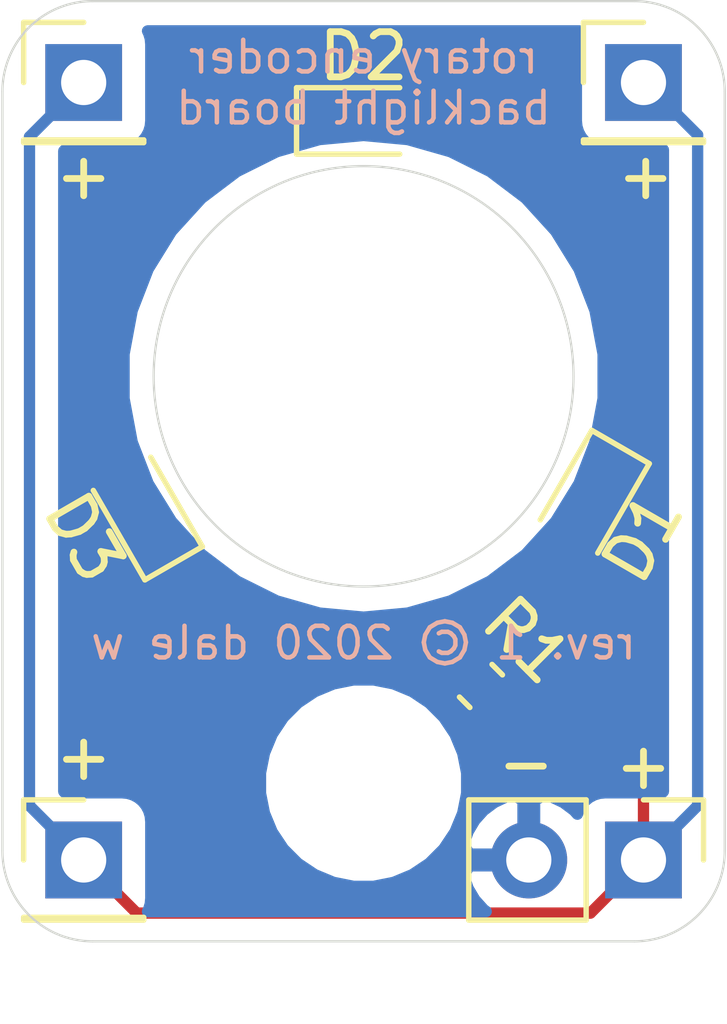
<source format=kicad_pcb>
(kicad_pcb (version 20171130) (host pcbnew "(5.1.6)-1")

  (general
    (thickness 1.6)
    (drawings 20)
    (tracks 68)
    (zones 0)
    (modules 9)
    (nets 6)
  )

  (page A4)
  (title_block
    (title "Rotary Encoder Backlight Board")
    (date 2020-08-08)
    (rev 1)
  )

  (layers
    (0 F.Cu signal)
    (31 B.Cu signal hide)
    (32 B.Adhes user hide)
    (33 F.Adhes user hide)
    (34 B.Paste user hide)
    (35 F.Paste user)
    (36 B.SilkS user hide)
    (37 F.SilkS user)
    (38 B.Mask user hide)
    (39 F.Mask user)
    (40 Dwgs.User user hide)
    (41 Cmts.User user hide)
    (42 Eco1.User user hide)
    (43 Eco2.User user hide)
    (44 Edge.Cuts user)
    (45 Margin user hide)
    (46 B.CrtYd user hide)
    (47 F.CrtYd user)
    (48 B.Fab user hide)
    (49 F.Fab user)
  )

  (setup
    (last_trace_width 0.25)
    (trace_clearance 0.2)
    (zone_clearance 0.508)
    (zone_45_only no)
    (trace_min 0.2)
    (via_size 0.8)
    (via_drill 0.4)
    (via_min_size 0.4)
    (via_min_drill 0.3)
    (uvia_size 0.3)
    (uvia_drill 0.1)
    (uvias_allowed no)
    (uvia_min_size 0.2)
    (uvia_min_drill 0.1)
    (edge_width 0.05)
    (segment_width 0.2)
    (pcb_text_width 0.3)
    (pcb_text_size 1.5 1.5)
    (mod_edge_width 0.12)
    (mod_text_size 1 1)
    (mod_text_width 0.15)
    (pad_size 1.524 1.524)
    (pad_drill 0.762)
    (pad_to_mask_clearance 0.05)
    (aux_axis_origin 0 0)
    (visible_elements 7FFFFFFF)
    (pcbplotparams
      (layerselection 0x010fc_ffffffff)
      (usegerberextensions false)
      (usegerberattributes true)
      (usegerberadvancedattributes true)
      (creategerberjobfile true)
      (excludeedgelayer true)
      (linewidth 0.100000)
      (plotframeref false)
      (viasonmask false)
      (mode 1)
      (useauxorigin false)
      (hpglpennumber 1)
      (hpglpenspeed 20)
      (hpglpendiameter 15.000000)
      (psnegative false)
      (psa4output false)
      (plotreference true)
      (plotvalue true)
      (plotinvisibletext false)
      (padsonsilk false)
      (subtractmaskfromsilk false)
      (outputformat 1)
      (mirror false)
      (drillshape 0)
      (scaleselection 1)
      (outputdirectory "gerbers/"))
  )

  (net 0 "")
  (net 1 +5V)
  (net 2 "Net-(D1-Pad1)")
  (net 3 "Net-(D2-Pad1)")
  (net 4 GND)
  (net 5 "Net-(D3-Pad1)")

  (net_class Default "This is the default net class."
    (clearance 0.2)
    (trace_width 0.25)
    (via_dia 0.8)
    (via_drill 0.4)
    (uvia_dia 0.3)
    (uvia_drill 0.1)
    (add_net +5V)
    (add_net GND)
    (add_net "Net-(D1-Pad1)")
    (add_net "Net-(D2-Pad1)")
    (add_net "Net-(D3-Pad1)")
  )

  (module Resistor_SMD:R_0603_1608Metric (layer F.Cu) (tedit 5B301BBD) (tstamp 5F1FDFDB)
    (at 30.6 35.15 315)
    (descr "Resistor SMD 0603 (1608 Metric), square (rectangular) end terminal, IPC_7351 nominal, (Body size source: http://www.tortai-tech.com/upload/download/2011102023233369053.pdf), generated with kicad-footprint-generator")
    (tags resistor)
    (path /5F22E55B)
    (attr smd)
    (fp_text reference R1 (at 0 -1.43 135) (layer F.SilkS)
      (effects (font (size 1 1) (thickness 0.15)))
    )
    (fp_text value R (at 0 1.43 135) (layer F.Fab) hide
      (effects (font (size 1 1) (thickness 0.15)))
    )
    (fp_line (start 1.48 0.73) (end -1.48 0.73) (layer F.CrtYd) (width 0.05))
    (fp_line (start 1.48 -0.73) (end 1.48 0.73) (layer F.CrtYd) (width 0.05))
    (fp_line (start -1.48 -0.73) (end 1.48 -0.73) (layer F.CrtYd) (width 0.05))
    (fp_line (start -1.48 0.73) (end -1.48 -0.73) (layer F.CrtYd) (width 0.05))
    (fp_line (start -0.162779 0.51) (end 0.162779 0.51) (layer F.SilkS) (width 0.12))
    (fp_line (start -0.162779 -0.51) (end 0.162779 -0.51) (layer F.SilkS) (width 0.12))
    (fp_line (start 0.8 0.4) (end -0.8 0.4) (layer F.Fab) (width 0.1))
    (fp_line (start 0.8 -0.4) (end 0.8 0.4) (layer F.Fab) (width 0.1))
    (fp_line (start -0.8 -0.4) (end 0.8 -0.4) (layer F.Fab) (width 0.1))
    (fp_line (start -0.8 0.4) (end -0.8 -0.4) (layer F.Fab) (width 0.1))
    (fp_text user %R (at 0 0 135) (layer F.Fab)
      (effects (font (size 0.4 0.4) (thickness 0.06)))
    )
    (pad 2 smd roundrect (at 0.7875 0 315) (size 0.875 0.95) (layers F.Cu F.Paste F.Mask) (roundrect_rratio 0.25)
      (net 4 GND))
    (pad 1 smd roundrect (at -0.7875 0 315) (size 0.875 0.95) (layers F.Cu F.Paste F.Mask) (roundrect_rratio 0.25)
      (net 5 "Net-(D3-Pad1)"))
    (model ${KISYS3DMOD}/Resistor_SMD.3dshapes/R_0603_1608Metric.wrl
      (at (xyz 0 0 0))
      (scale (xyz 1 1 1))
      (rotate (xyz 0 0 0))
    )
  )

  (module Connector_PinHeader_2.54mm:PinHeader_1x01_P2.54mm_Vertical (layer F.Cu) (tedit 59FED5CC) (tstamp 5F1FDA7B)
    (at 21.8 39)
    (descr "Through hole straight pin header, 1x01, 2.54mm pitch, single row")
    (tags "Through hole pin header THT 1x01 2.54mm single row")
    (path /5F21AD5A)
    (fp_text reference J2 (at 0 -2.33) (layer F.SilkS) hide
      (effects (font (size 1 1) (thickness 0.15)))
    )
    (fp_text value Conn_01x01_Female (at 0 2.33) (layer F.Fab) hide
      (effects (font (size 1 1) (thickness 0.15)))
    )
    (fp_line (start -0.635 -1.27) (end 1.27 -1.27) (layer F.Fab) (width 0.1))
    (fp_line (start 1.27 -1.27) (end 1.27 1.27) (layer F.Fab) (width 0.1))
    (fp_line (start 1.27 1.27) (end -1.27 1.27) (layer F.Fab) (width 0.1))
    (fp_line (start -1.27 1.27) (end -1.27 -0.635) (layer F.Fab) (width 0.1))
    (fp_line (start -1.27 -0.635) (end -0.635 -1.27) (layer F.Fab) (width 0.1))
    (fp_line (start -1.33 1.33) (end 1.33 1.33) (layer F.SilkS) (width 0.12))
    (fp_line (start -1.33 1.27) (end -1.33 1.33) (layer F.SilkS) (width 0.12))
    (fp_line (start 1.33 1.27) (end 1.33 1.33) (layer F.SilkS) (width 0.12))
    (fp_line (start -1.33 1.27) (end 1.33 1.27) (layer F.SilkS) (width 0.12))
    (fp_line (start -1.33 0) (end -1.33 -1.33) (layer F.SilkS) (width 0.12))
    (fp_line (start -1.33 -1.33) (end 0 -1.33) (layer F.SilkS) (width 0.12))
    (fp_line (start -1.8 -1.8) (end -1.8 1.8) (layer F.CrtYd) (width 0.05))
    (fp_line (start -1.8 1.8) (end 1.8 1.8) (layer F.CrtYd) (width 0.05))
    (fp_line (start 1.8 1.8) (end 1.8 -1.8) (layer F.CrtYd) (width 0.05))
    (fp_line (start 1.8 -1.8) (end -1.8 -1.8) (layer F.CrtYd) (width 0.05))
    (fp_text user %R (at 0 0 90) (layer F.Fab)
      (effects (font (size 1 1) (thickness 0.15)))
    )
    (pad 1 thru_hole rect (at 0 0) (size 1.7 1.7) (drill 1) (layers *.Cu *.Mask)
      (net 1 +5V))
    (model ${KISYS3DMOD}/Connector_PinHeader_2.54mm.3dshapes/PinHeader_1x01_P2.54mm_Vertical.wrl
      (at (xyz 0 0 0))
      (scale (xyz 1 1 1))
      (rotate (xyz 0 0 0))
    )
  )

  (module Connector_PinHeader_2.54mm:PinHeader_1x02_P2.54mm_Vertical (layer F.Cu) (tedit 59FED5CC) (tstamp 5F1FDA66)
    (at 34.2 39 270)
    (descr "Through hole straight pin header, 1x02, 2.54mm pitch, single row")
    (tags "Through hole pin header THT 1x02 2.54mm single row")
    (path /5F1EF1A5)
    (fp_text reference J1 (at 0 -2.33 90) (layer F.SilkS) hide
      (effects (font (size 1 1) (thickness 0.15)))
    )
    (fp_text value Conn_01x02_Female (at 0 4.87 90) (layer F.Fab) hide
      (effects (font (size 1 1) (thickness 0.15)))
    )
    (fp_line (start -0.635 -1.27) (end 1.27 -1.27) (layer F.Fab) (width 0.1))
    (fp_line (start 1.27 -1.27) (end 1.27 3.81) (layer F.Fab) (width 0.1))
    (fp_line (start 1.27 3.81) (end -1.27 3.81) (layer F.Fab) (width 0.1))
    (fp_line (start -1.27 3.81) (end -1.27 -0.635) (layer F.Fab) (width 0.1))
    (fp_line (start -1.27 -0.635) (end -0.635 -1.27) (layer F.Fab) (width 0.1))
    (fp_line (start -1.33 3.87) (end 1.33 3.87) (layer F.SilkS) (width 0.12))
    (fp_line (start -1.33 1.27) (end -1.33 3.87) (layer F.SilkS) (width 0.12))
    (fp_line (start 1.33 1.27) (end 1.33 3.87) (layer F.SilkS) (width 0.12))
    (fp_line (start -1.33 1.27) (end 1.33 1.27) (layer F.SilkS) (width 0.12))
    (fp_line (start -1.33 0) (end -1.33 -1.33) (layer F.SilkS) (width 0.12))
    (fp_line (start -1.33 -1.33) (end 0 -1.33) (layer F.SilkS) (width 0.12))
    (fp_line (start -1.8 -1.8) (end -1.8 4.35) (layer F.CrtYd) (width 0.05))
    (fp_line (start -1.8 4.35) (end 1.8 4.35) (layer F.CrtYd) (width 0.05))
    (fp_line (start 1.8 4.35) (end 1.8 -1.8) (layer F.CrtYd) (width 0.05))
    (fp_line (start 1.8 -1.8) (end -1.8 -1.8) (layer F.CrtYd) (width 0.05))
    (fp_text user %R (at 0 1.27) (layer F.Fab)
      (effects (font (size 1 1) (thickness 0.15)))
    )
    (pad 2 thru_hole oval (at 0 2.54 270) (size 1.7 1.7) (drill 1) (layers *.Cu *.Mask)
      (net 4 GND))
    (pad 1 thru_hole rect (at 0 0 270) (size 1.7 1.7) (drill 1) (layers *.Cu *.Mask)
      (net 1 +5V))
    (model ${KISYS3DMOD}/Connector_PinHeader_2.54mm.3dshapes/PinHeader_1x02_P2.54mm_Vertical.wrl
      (at (xyz 0 0 0))
      (scale (xyz 1 1 1))
      (rotate (xyz 0 0 0))
    )
  )

  (module Connector_PinHeader_2.54mm:PinHeader_1x01_P2.54mm_Vertical (layer F.Cu) (tedit 59FED5CC) (tstamp 5F1FD867)
    (at 34.2 21.8)
    (descr "Through hole straight pin header, 1x01, 2.54mm pitch, single row")
    (tags "Through hole pin header THT 1x01 2.54mm single row")
    (path /5F21C375)
    (fp_text reference J3 (at 0 -2.33) (layer F.SilkS) hide
      (effects (font (size 1 1) (thickness 0.15)))
    )
    (fp_text value Conn_01x01_Female (at 0 2.33) (layer F.Fab) hide
      (effects (font (size 1 1) (thickness 0.15)))
    )
    (fp_line (start -0.635 -1.27) (end 1.27 -1.27) (layer F.Fab) (width 0.1))
    (fp_line (start 1.27 -1.27) (end 1.27 1.27) (layer F.Fab) (width 0.1))
    (fp_line (start 1.27 1.27) (end -1.27 1.27) (layer F.Fab) (width 0.1))
    (fp_line (start -1.27 1.27) (end -1.27 -0.635) (layer F.Fab) (width 0.1))
    (fp_line (start -1.27 -0.635) (end -0.635 -1.27) (layer F.Fab) (width 0.1))
    (fp_line (start -1.33 1.33) (end 1.33 1.33) (layer F.SilkS) (width 0.12))
    (fp_line (start -1.33 1.27) (end -1.33 1.33) (layer F.SilkS) (width 0.12))
    (fp_line (start 1.33 1.27) (end 1.33 1.33) (layer F.SilkS) (width 0.12))
    (fp_line (start -1.33 1.27) (end 1.33 1.27) (layer F.SilkS) (width 0.12))
    (fp_line (start -1.33 0) (end -1.33 -1.33) (layer F.SilkS) (width 0.12))
    (fp_line (start -1.33 -1.33) (end 0 -1.33) (layer F.SilkS) (width 0.12))
    (fp_line (start -1.8 -1.8) (end -1.8 1.8) (layer F.CrtYd) (width 0.05))
    (fp_line (start -1.8 1.8) (end 1.8 1.8) (layer F.CrtYd) (width 0.05))
    (fp_line (start 1.8 1.8) (end 1.8 -1.8) (layer F.CrtYd) (width 0.05))
    (fp_line (start 1.8 -1.8) (end -1.8 -1.8) (layer F.CrtYd) (width 0.05))
    (fp_text user %R (at 0 0 90) (layer F.Fab)
      (effects (font (size 1 1) (thickness 0.15)))
    )
    (pad 1 thru_hole rect (at 0 0) (size 1.7 1.7) (drill 1) (layers *.Cu *.Mask)
      (net 1 +5V))
    (model ${KISYS3DMOD}/Connector_PinHeader_2.54mm.3dshapes/PinHeader_1x01_P2.54mm_Vertical.wrl
      (at (xyz 0 0 0))
      (scale (xyz 1 1 1))
      (rotate (xyz 0 0 0))
    )
  )

  (module Connector_PinHeader_2.54mm:PinHeader_1x01_P2.54mm_Vertical (layer F.Cu) (tedit 59FED5CC) (tstamp 5F1FBAE1)
    (at 21.8 21.8)
    (descr "Through hole straight pin header, 1x01, 2.54mm pitch, single row")
    (tags "Through hole pin header THT 1x01 2.54mm single row")
    (path /5F228DFC)
    (fp_text reference J4 (at 0 -2.33) (layer F.SilkS) hide
      (effects (font (size 1 1) (thickness 0.15)))
    )
    (fp_text value Conn_01x01_Female (at 0 2.33) (layer F.Fab) hide
      (effects (font (size 1 1) (thickness 0.15)))
    )
    (fp_line (start -0.635 -1.27) (end 1.27 -1.27) (layer F.Fab) (width 0.1))
    (fp_line (start 1.27 -1.27) (end 1.27 1.27) (layer F.Fab) (width 0.1))
    (fp_line (start 1.27 1.27) (end -1.27 1.27) (layer F.Fab) (width 0.1))
    (fp_line (start -1.27 1.27) (end -1.27 -0.635) (layer F.Fab) (width 0.1))
    (fp_line (start -1.27 -0.635) (end -0.635 -1.27) (layer F.Fab) (width 0.1))
    (fp_line (start -1.33 1.33) (end 1.33 1.33) (layer F.SilkS) (width 0.12))
    (fp_line (start -1.33 1.27) (end -1.33 1.33) (layer F.SilkS) (width 0.12))
    (fp_line (start 1.33 1.27) (end 1.33 1.33) (layer F.SilkS) (width 0.12))
    (fp_line (start -1.33 1.27) (end 1.33 1.27) (layer F.SilkS) (width 0.12))
    (fp_line (start -1.33 0) (end -1.33 -1.33) (layer F.SilkS) (width 0.12))
    (fp_line (start -1.33 -1.33) (end 0 -1.33) (layer F.SilkS) (width 0.12))
    (fp_line (start -1.8 -1.8) (end -1.8 1.8) (layer F.CrtYd) (width 0.05))
    (fp_line (start -1.8 1.8) (end 1.8 1.8) (layer F.CrtYd) (width 0.05))
    (fp_line (start 1.8 1.8) (end 1.8 -1.8) (layer F.CrtYd) (width 0.05))
    (fp_line (start 1.8 -1.8) (end -1.8 -1.8) (layer F.CrtYd) (width 0.05))
    (fp_text user %R (at 0 0 90) (layer F.Fab)
      (effects (font (size 1 1) (thickness 0.15)))
    )
    (pad 1 thru_hole rect (at 0 0) (size 1.7 1.7) (drill 1) (layers *.Cu *.Mask)
      (net 1 +5V))
    (model ${KISYS3DMOD}/Connector_PinHeader_2.54mm.3dshapes/PinHeader_1x01_P2.54mm_Vertical.wrl
      (at (xyz 0 0 0))
      (scale (xyz 1 1 1))
      (rotate (xyz 0 0 0))
    )
  )

  (module enc-led:MountingHole_3.3mm (layer F.Cu) (tedit 5F1F0138) (tstamp 5F1F982C)
    (at 28 37.3)
    (descr "Mounting Hole 3.5mm, no annular")
    (tags "mounting hole 3.5mm no annular")
    (attr virtual)
    (fp_text reference REF** (at 0 -4.5) (layer F.SilkS) hide
      (effects (font (size 1 1) (thickness 0.15)))
    )
    (fp_text value MountingHole_3.3mm (at 0 4.5) (layer F.Fab)
      (effects (font (size 1 1) (thickness 0.15)))
    )
    (fp_circle (center 0 0) (end 3.5 0) (layer Cmts.User) (width 0.15))
    (fp_circle (center 0 0) (end 3.75 0) (layer F.CrtYd) (width 0.05))
    (fp_text user %R (at 0.3 0) (layer F.Fab)
      (effects (font (size 1 1) (thickness 0.15)))
    )
    (pad "" np_thru_hole circle (at 0 0) (size 3.3 3.3) (drill 3.3) (layers *.Cu *.Mask))
  )

  (module LED_SMD:LED_0603_1608Metric (layer F.Cu) (tedit 5B301BBE) (tstamp 5F1F3461)
    (at 23.05 31.15 120)
    (descr "LED SMD 0603 (1608 Metric), square (rectangular) end terminal, IPC_7351 nominal, (Body size source: http://www.tortai-tech.com/upload/download/2011102023233369053.pdf), generated with kicad-footprint-generator")
    (tags diode)
    (path /5F1ED57D)
    (attr smd)
    (fp_text reference D3 (at 0 -1.43 120) (layer F.SilkS)
      (effects (font (size 1 1) (thickness 0.15)))
    )
    (fp_text value LED (at 0 1.43 120) (layer F.Fab)
      (effects (font (size 1 1) (thickness 0.15)))
    )
    (fp_line (start 0.8 -0.4) (end -0.5 -0.4) (layer F.Fab) (width 0.1))
    (fp_line (start -0.5 -0.4) (end -0.8 -0.1) (layer F.Fab) (width 0.1))
    (fp_line (start -0.8 -0.1) (end -0.8 0.4) (layer F.Fab) (width 0.1))
    (fp_line (start -0.8 0.4) (end 0.8 0.4) (layer F.Fab) (width 0.1))
    (fp_line (start 0.8 0.4) (end 0.8 -0.4) (layer F.Fab) (width 0.1))
    (fp_line (start 0.8 -0.735) (end -1.485 -0.735) (layer F.SilkS) (width 0.12))
    (fp_line (start -1.485 -0.735) (end -1.485 0.735) (layer F.SilkS) (width 0.12))
    (fp_line (start -1.485 0.735) (end 0.8 0.735) (layer F.SilkS) (width 0.12))
    (fp_line (start -1.48 0.73) (end -1.48 -0.73) (layer F.CrtYd) (width 0.05))
    (fp_line (start -1.48 -0.73) (end 1.48 -0.73) (layer F.CrtYd) (width 0.05))
    (fp_line (start 1.48 -0.73) (end 1.48 0.73) (layer F.CrtYd) (width 0.05))
    (fp_line (start 1.48 0.73) (end -1.48 0.73) (layer F.CrtYd) (width 0.05))
    (fp_text user %R (at 0 0 120) (layer F.Fab)
      (effects (font (size 0.4 0.4) (thickness 0.06)))
    )
    (pad 2 smd roundrect (at 0.7875 0 120) (size 0.875 0.95) (layers F.Cu F.Paste F.Mask) (roundrect_rratio 0.25)
      (net 3 "Net-(D2-Pad1)"))
    (pad 1 smd roundrect (at -0.7875 0 120) (size 0.875 0.95) (layers F.Cu F.Paste F.Mask) (roundrect_rratio 0.25)
      (net 5 "Net-(D3-Pad1)"))
    (model ${KISYS3DMOD}/LED_SMD.3dshapes/LED_0603_1608Metric.wrl
      (at (xyz 0 0 0))
      (scale (xyz 1 1 1))
      (rotate (xyz 0 0 0))
    )
  )

  (module LED_SMD:LED_0603_1608Metric (layer F.Cu) (tedit 5B301BBE) (tstamp 5F1F344E)
    (at 28 22.65)
    (descr "LED SMD 0603 (1608 Metric), square (rectangular) end terminal, IPC_7351 nominal, (Body size source: http://www.tortai-tech.com/upload/download/2011102023233369053.pdf), generated with kicad-footprint-generator")
    (tags diode)
    (path /5F1EEA03)
    (attr smd)
    (fp_text reference D2 (at 0 -1.43) (layer F.SilkS)
      (effects (font (size 1 1) (thickness 0.15)))
    )
    (fp_text value LED (at 0 1.43) (layer F.Fab)
      (effects (font (size 1 1) (thickness 0.15)))
    )
    (fp_line (start 0.8 -0.4) (end -0.5 -0.4) (layer F.Fab) (width 0.1))
    (fp_line (start -0.5 -0.4) (end -0.8 -0.1) (layer F.Fab) (width 0.1))
    (fp_line (start -0.8 -0.1) (end -0.8 0.4) (layer F.Fab) (width 0.1))
    (fp_line (start -0.8 0.4) (end 0.8 0.4) (layer F.Fab) (width 0.1))
    (fp_line (start 0.8 0.4) (end 0.8 -0.4) (layer F.Fab) (width 0.1))
    (fp_line (start 0.8 -0.735) (end -1.485 -0.735) (layer F.SilkS) (width 0.12))
    (fp_line (start -1.485 -0.735) (end -1.485 0.735) (layer F.SilkS) (width 0.12))
    (fp_line (start -1.485 0.735) (end 0.8 0.735) (layer F.SilkS) (width 0.12))
    (fp_line (start -1.48 0.73) (end -1.48 -0.73) (layer F.CrtYd) (width 0.05))
    (fp_line (start -1.48 -0.73) (end 1.48 -0.73) (layer F.CrtYd) (width 0.05))
    (fp_line (start 1.48 -0.73) (end 1.48 0.73) (layer F.CrtYd) (width 0.05))
    (fp_line (start 1.48 0.73) (end -1.48 0.73) (layer F.CrtYd) (width 0.05))
    (fp_text user %R (at 0 0) (layer F.Fab)
      (effects (font (size 0.4 0.4) (thickness 0.06)))
    )
    (pad 2 smd roundrect (at 0.7875 0) (size 0.875 0.95) (layers F.Cu F.Paste F.Mask) (roundrect_rratio 0.25)
      (net 2 "Net-(D1-Pad1)"))
    (pad 1 smd roundrect (at -0.7875 0) (size 0.875 0.95) (layers F.Cu F.Paste F.Mask) (roundrect_rratio 0.25)
      (net 3 "Net-(D2-Pad1)"))
    (model ${KISYS3DMOD}/LED_SMD.3dshapes/LED_0603_1608Metric.wrl
      (at (xyz 0 0 0))
      (scale (xyz 1 1 1))
      (rotate (xyz 0 0 0))
    )
  )

  (module LED_SMD:LED_0603_1608Metric (layer F.Cu) (tedit 5B301BBE) (tstamp 5F1F343B)
    (at 32.95 31.15 240)
    (descr "LED SMD 0603 (1608 Metric), square (rectangular) end terminal, IPC_7351 nominal, (Body size source: http://www.tortai-tech.com/upload/download/2011102023233369053.pdf), generated with kicad-footprint-generator")
    (tags diode)
    (path /5F1EEF23)
    (attr smd)
    (fp_text reference D1 (at 0 -1.43 60) (layer F.SilkS)
      (effects (font (size 1 1) (thickness 0.15)))
    )
    (fp_text value LED (at 0 1.43 60) (layer F.Fab)
      (effects (font (size 1 1) (thickness 0.15)))
    )
    (fp_line (start 1.48 0.73) (end -1.48 0.73) (layer F.CrtYd) (width 0.05))
    (fp_line (start 1.48 -0.73) (end 1.48 0.73) (layer F.CrtYd) (width 0.05))
    (fp_line (start -1.48 -0.73) (end 1.48 -0.73) (layer F.CrtYd) (width 0.05))
    (fp_line (start -1.48 0.73) (end -1.48 -0.73) (layer F.CrtYd) (width 0.05))
    (fp_line (start -1.485 0.735) (end 0.8 0.735) (layer F.SilkS) (width 0.12))
    (fp_line (start -1.485 -0.735) (end -1.485 0.735) (layer F.SilkS) (width 0.12))
    (fp_line (start 0.8 -0.735) (end -1.485 -0.735) (layer F.SilkS) (width 0.12))
    (fp_line (start 0.8 0.4) (end 0.8 -0.4) (layer F.Fab) (width 0.1))
    (fp_line (start -0.8 0.4) (end 0.8 0.4) (layer F.Fab) (width 0.1))
    (fp_line (start -0.8 -0.1) (end -0.8 0.4) (layer F.Fab) (width 0.1))
    (fp_line (start -0.5 -0.4) (end -0.8 -0.1) (layer F.Fab) (width 0.1))
    (fp_line (start 0.8 -0.4) (end -0.5 -0.4) (layer F.Fab) (width 0.1))
    (fp_text user %R (at 0 0 60) (layer F.Fab)
      (effects (font (size 0.4 0.4) (thickness 0.06)))
    )
    (pad 1 smd roundrect (at -0.7875 0 240) (size 0.875 0.95) (layers F.Cu F.Paste F.Mask) (roundrect_rratio 0.25)
      (net 2 "Net-(D1-Pad1)"))
    (pad 2 smd roundrect (at 0.7875 0 240) (size 0.875 0.95) (layers F.Cu F.Paste F.Mask) (roundrect_rratio 0.25)
      (net 1 +5V))
    (model ${KISYS3DMOD}/LED_SMD.3dshapes/LED_0603_1608Metric.wrl
      (at (xyz 0 0 0))
      (scale (xyz 1 1 1))
      (rotate (xyz 0 0 0))
    )
  )

  (gr_text "rotary encoder\nbacklight board" (at 28 21.8) (layer B.SilkS) (tstamp 5F1FE403)
    (effects (font (size 0.7 0.7) (thickness 0.1)) (justify mirror))
  )
  (gr_text "+\n" (at 21.8 36.7) (layer F.SilkS) (tstamp 5F1FDC9A)
    (effects (font (size 1 1) (thickness 0.15)))
  )
  (gr_text "+\n" (at 21.8 23.85) (layer F.SilkS) (tstamp 5F1FB868)
    (effects (font (size 1 1) (thickness 0.15)))
  )
  (gr_text - (at 31.6 36.85) (layer F.SilkS) (tstamp 5F1FB868)
    (effects (font (size 1 1) (thickness 0.15)))
  )
  (gr_text "+\n" (at 34.2 36.9) (layer F.SilkS)
    (effects (font (size 1 1) (thickness 0.15)))
  )
  (gr_text + (at 34.25 23.85) (layer F.SilkS)
    (effects (font (size 1 1) (thickness 0.15)))
  )
  (dimension 9 (width 0.15) (layer Dwgs.User)
    (gr_text "9.000 mm" (at 16.75 32.8 270) (layer Dwgs.User)
      (effects (font (size 1 1) (thickness 0.15)))
    )
    (feature1 (pts (xy 28 37.3) (xy 17.463579 37.3)))
    (feature2 (pts (xy 28 28.3) (xy 17.463579 28.3)))
    (crossbar (pts (xy 18.05 28.3) (xy 18.05 37.3)))
    (arrow1a (pts (xy 18.05 37.3) (xy 17.463579 36.173496)))
    (arrow1b (pts (xy 18.05 37.3) (xy 18.636421 36.173496)))
    (arrow2a (pts (xy 18.05 28.3) (xy 17.463579 29.426504)))
    (arrow2b (pts (xy 18.05 28.3) (xy 18.636421 29.426504)))
  )
  (gr_circle (center 28 28.3) (end 32.65 28.3) (layer Edge.Cuts) (width 0.05))
  (gr_text "rev. 1 © 2020 dale w" (at 28 34.2) (layer B.SilkS)
    (effects (font (size 0.7 0.7) (thickness 0.1)) (justify mirror))
  )
  (dimension 8.3 (width 0.15) (layer Dwgs.User)
    (gr_text "8.300 mm" (at 39.2 24.15 270) (layer Dwgs.User)
      (effects (font (size 1 1) (thickness 0.15)))
    )
    (feature1 (pts (xy 28 28.3) (xy 38.486421 28.3)))
    (feature2 (pts (xy 28 20) (xy 38.486421 20)))
    (crossbar (pts (xy 37.9 20) (xy 37.9 28.3)))
    (arrow1a (pts (xy 37.9 28.3) (xy 37.313579 27.173496)))
    (arrow1b (pts (xy 37.9 28.3) (xy 38.486421 27.173496)))
    (arrow2a (pts (xy 37.9 20) (xy 37.313579 21.126504)))
    (arrow2b (pts (xy 37.9 20) (xy 38.486421 21.126504)))
  )
  (gr_arc (start 34 38.8) (end 34 40.8) (angle -90) (layer Edge.Cuts) (width 0.05))
  (gr_arc (start 22 38.8) (end 20 38.8) (angle -90) (layer Edge.Cuts) (width 0.05))
  (gr_arc (start 34 22) (end 36 22) (angle -90) (layer Edge.Cuts) (width 0.05))
  (gr_arc (start 22 22) (end 22 20) (angle -90) (layer Edge.Cuts) (width 0.05))
  (gr_line (start 28 28.3) (end 36 32.9) (layer Dwgs.User) (width 0.05))
  (gr_line (start 20 32.9) (end 28 28.3) (layer Dwgs.User) (width 0.05))
  (gr_line (start 20 38.8) (end 20 22) (layer Edge.Cuts) (width 0.05) (tstamp 5F1F3EE2))
  (gr_line (start 34 40.8) (end 22 40.8) (layer Edge.Cuts) (width 0.05))
  (gr_line (start 36 22) (end 36 38.8) (layer Edge.Cuts) (width 0.05))
  (gr_line (start 22 20) (end 34 20) (layer Edge.Cuts) (width 0.05))

  (segment (start 34.2 36.2) (end 34.2 38.99) (width 0.25) (layer F.Cu) (net 1))
  (segment (start 34.2 38.99) (end 34.19 39) (width 0.25) (layer F.Cu) (net 1))
  (segment (start 32.496508 31.906707) (end 32.066334 32.386881) (width 0.25) (layer F.Cu) (net 1))
  (segment (start 32.55625 31.831995) (end 32.496508 31.906707) (width 0.25) (layer F.Cu) (net 1))
  (segment (start 32.066334 32.386881) (end 31.585173 32.815951) (width 0.25) (layer F.Cu) (net 1))
  (segment (start 31.585173 32.815951) (end 31.585173 33.585173) (width 0.25) (layer F.Cu) (net 1))
  (segment (start 31.585173 33.585173) (end 32 34) (width 0.25) (layer F.Cu) (net 1))
  (segment (start 32 34) (end 34.2 36.2) (width 0.25) (layer F.Cu) (net 1))
  (segment (start 22.975001 40.175001) (end 21.8 39) (width 0.25) (layer F.Cu) (net 1))
  (segment (start 33.024999 40.175001) (end 22.975001 40.175001) (width 0.25) (layer F.Cu) (net 1))
  (segment (start 34.2 39) (end 33.024999 40.175001) (width 0.25) (layer F.Cu) (net 1))
  (segment (start 34.2 21.84) (end 34.24 21.8) (width 0.25) (layer B.Cu) (net 1))
  (segment (start 34.24 21.8) (end 34.24 21.84) (width 0.25) (layer B.Cu) (net 1))
  (segment (start 34.2 39) (end 35.4 37.8) (width 0.25) (layer B.Cu) (net 1))
  (segment (start 35.4 22.96) (end 34.24 21.8) (width 0.25) (layer B.Cu) (net 1))
  (segment (start 35.4 37.8) (end 35.4 22.96) (width 0.25) (layer B.Cu) (net 1))
  (segment (start 21.8 39) (end 20.6 37.8) (width 0.25) (layer B.Cu) (net 1))
  (segment (start 20.6 23) (end 21.8 21.8) (width 0.25) (layer B.Cu) (net 1))
  (segment (start 20.6 37.8) (end 20.6 23) (width 0.25) (layer B.Cu) (net 1))
  (segment (start 28.875105 22.662753) (end 28.7875 22.65) (width 0.25) (layer F.Cu) (net 2))
  (segment (start 28.875105 22.662753) (end 29.504562 22.790888) (width 0.25) (layer F.Cu) (net 2) (tstamp 38D))
  (segment (start 29.504562 22.790888) (end 30.115653 22.988888) (width 0.25) (layer F.Cu) (net 2) (tstamp 38D))
  (segment (start 30.115653 22.988888) (end 30.700649 23.254248) (width 0.25) (layer F.Cu) (net 2) (tstamp 38D))
  (segment (start 30.700649 23.254248) (end 31.252152 23.583611) (width 0.25) (layer F.Cu) (net 2) (tstamp 38D))
  (segment (start 31.252152 23.583611) (end 31.763188 23.972813) (width 0.25) (layer F.Cu) (net 2) (tstamp 38D))
  (segment (start 31.763188 23.972813) (end 32.227294 24.416932) (width 0.25) (layer F.Cu) (net 2) (tstamp 38D))
  (segment (start 32.227294 24.416932) (end 32.638601 24.910351) (width 0.25) (layer F.Cu) (net 2) (tstamp 38D))
  (segment (start 32.638601 24.910351) (end 32.991908 25.44683) (width 0.25) (layer F.Cu) (net 2) (tstamp 38D))
  (segment (start 32.991908 25.44683) (end 33.282746 26.019586) (width 0.25) (layer F.Cu) (net 2) (tstamp 38D))
  (segment (start 33.282746 26.019586) (end 33.507438 26.621374) (width 0.25) (layer F.Cu) (net 2) (tstamp 38D))
  (segment (start 33.507438 26.621374) (end 33.663142 27.244586) (width 0.25) (layer F.Cu) (net 2) (tstamp 38D))
  (segment (start 33.663142 27.244586) (end 33.747889 27.881338) (width 0.25) (layer F.Cu) (net 2) (tstamp 38D))
  (segment (start 33.747889 27.881338) (end 33.760608 28.52358) (width 0.25) (layer F.Cu) (net 2) (tstamp 38D))
  (segment (start 33.760608 28.52358) (end 33.701137 29.163188) (width 0.25) (layer F.Cu) (net 2) (tstamp 38D))
  (segment (start 33.701137 29.163188) (end 33.570228 29.792075) (width 0.25) (layer F.Cu) (net 2) (tstamp 38D))
  (segment (start 33.570228 29.792075) (end 33.369541 30.402289) (width 0.25) (layer F.Cu) (net 2) (tstamp 38D))
  (segment (start 33.369541 30.402289) (end 33.34375 30.468005) (width 0.25) (layer F.Cu) (net 2))
  (segment (start 27.124894 22.662753) (end 27.2125 22.65) (width 0.25) (layer F.Cu) (net 3))
  (segment (start 27.124894 22.662753) (end 26.495436 22.790888) (width 0.25) (layer F.Cu) (net 3) (tstamp 38E))
  (segment (start 26.495436 22.790888) (end 25.884345 22.988888) (width 0.25) (layer F.Cu) (net 3) (tstamp 38E))
  (segment (start 25.884345 22.988888) (end 25.299349 23.254248) (width 0.25) (layer F.Cu) (net 3) (tstamp 38E))
  (segment (start 25.299349 23.254248) (end 24.747845 23.583611) (width 0.25) (layer F.Cu) (net 3) (tstamp 38E))
  (segment (start 24.747845 23.583611) (end 24.236809 23.972813) (width 0.25) (layer F.Cu) (net 3) (tstamp 38E))
  (segment (start 24.236809 23.972813) (end 23.772703 24.416932) (width 0.25) (layer F.Cu) (net 3) (tstamp 38E))
  (segment (start 23.772703 24.416932) (end 23.361396 24.910351) (width 0.25) (layer F.Cu) (net 3) (tstamp 38E))
  (segment (start 23.361396 24.910351) (end 23.008089 25.44683) (width 0.25) (layer F.Cu) (net 3) (tstamp 38E))
  (segment (start 23.008089 25.44683) (end 22.717251 26.019586) (width 0.25) (layer F.Cu) (net 3) (tstamp 38E))
  (segment (start 22.717251 26.019586) (end 22.492559 26.621374) (width 0.25) (layer F.Cu) (net 3) (tstamp 38E))
  (segment (start 22.492559 26.621374) (end 22.336854 27.244586) (width 0.25) (layer F.Cu) (net 3) (tstamp 38E))
  (segment (start 22.336854 27.244586) (end 22.252107 27.881338) (width 0.25) (layer F.Cu) (net 3) (tstamp 38E))
  (segment (start 22.252107 27.881338) (end 22.239389 28.52358) (width 0.25) (layer F.Cu) (net 3) (tstamp 38E))
  (segment (start 22.239389 28.52358) (end 22.298859 29.163189) (width 0.25) (layer F.Cu) (net 3) (tstamp 38E))
  (segment (start 22.298859 29.163189) (end 22.429768 29.792076) (width 0.25) (layer F.Cu) (net 3) (tstamp 38E))
  (segment (start 22.429768 29.792076) (end 22.630458 30.402289) (width 0.25) (layer F.Cu) (net 3) (tstamp 38E))
  (segment (start 22.630458 30.402289) (end 22.65625 30.468005) (width 0.25) (layer F.Cu) (net 3))
  (segment (start 31.65 36.2) (end 31.65 39) (width 0.25) (layer F.Cu) (net 4))
  (segment (start 31.156847 35.706847) (end 31.65 36.2) (width 0.25) (layer F.Cu) (net 4))
  (segment (start 27.999999 34.068479) (end 29.518479 34.068479) (width 0.25) (layer F.Cu) (net 5))
  (segment (start 27.356326 34.032384) (end 26.720725 33.924552) (width 0.25) (layer F.Cu) (net 5) (tstamp B6))
  (segment (start 26.720725 33.924552) (end 26.101164 33.746334) (width 0.25) (layer F.Cu) (net 5) (tstamp B6))
  (segment (start 26.101164 33.746334) (end 25.505412 33.499966) (width 0.25) (layer F.Cu) (net 5) (tstamp B6))
  (segment (start 25.505412 33.499966) (end 24.94094 33.188537) (width 0.25) (layer F.Cu) (net 5) (tstamp B6))
  (segment (start 24.94094 33.188537) (end 24.414825 32.815952) (width 0.25) (layer F.Cu) (net 5) (tstamp B6))
  (segment (start 24.414825 32.815952) (end 23.933664 32.386882) (width 0.25) (layer F.Cu) (net 5) (tstamp B6))
  (segment (start 23.933664 32.386882) (end 23.503491 31.906707) (width 0.25) (layer F.Cu) (net 5) (tstamp B6))
  (segment (start 23.503491 31.906707) (end 23.44375 31.831995) (width 0.25) (layer F.Cu) (net 5))
  (segment (start 27.999999 34.068479) (end 27.356326 34.032384) (width 0.25) (layer F.Cu) (net 5) (tstamp B6))
  (segment (start 29.518479 34.068479) (end 30.043153 34.593153) (width 0.25) (layer F.Cu) (net 5))

  (zone (net 4) (net_name GND) (layer B.Cu) (tstamp 5F1FE44F) (hatch edge 0.508)
    (connect_pads (clearance 0.508))
    (min_thickness 0.254)
    (fill yes (arc_segments 32) (thermal_gap 0.508) (thermal_bridge_width 0.508))
    (polygon
      (pts
        (xy 36 40.8) (xy 20 40.8) (xy 20 20) (xy 36 20)
      )
    )
    (filled_polygon
      (pts
        (xy 32.760498 20.70582) (xy 32.724188 20.825518) (xy 32.711928 20.95) (xy 32.711928 22.65) (xy 32.724188 22.774482)
        (xy 32.760498 22.89418) (xy 32.819463 23.004494) (xy 32.898815 23.101185) (xy 32.995506 23.180537) (xy 33.10582 23.239502)
        (xy 33.225518 23.275812) (xy 33.35 23.288072) (xy 34.640001 23.288072) (xy 34.64 37.485198) (xy 34.61327 37.511928)
        (xy 33.35 37.511928) (xy 33.225518 37.524188) (xy 33.10582 37.560498) (xy 32.995506 37.619463) (xy 32.898815 37.698815)
        (xy 32.819463 37.795506) (xy 32.760498 37.90582) (xy 32.736034 37.986466) (xy 32.660269 37.902412) (xy 32.42692 37.728359)
        (xy 32.164099 37.603175) (xy 32.01689 37.558524) (xy 31.787 37.679845) (xy 31.787 38.873) (xy 31.807 38.873)
        (xy 31.807 39.127) (xy 31.787 39.127) (xy 31.787 39.147) (xy 31.533 39.147) (xy 31.533 39.127)
        (xy 30.339186 39.127) (xy 30.218519 39.356891) (xy 30.315843 39.631252) (xy 30.464822 39.881355) (xy 30.659731 40.097588)
        (xy 30.716592 40.14) (xy 23.21501 40.14) (xy 23.239502 40.09418) (xy 23.275812 39.974482) (xy 23.288072 39.85)
        (xy 23.288072 38.15) (xy 23.275812 38.025518) (xy 23.239502 37.90582) (xy 23.180537 37.795506) (xy 23.101185 37.698815)
        (xy 23.004494 37.619463) (xy 22.89418 37.560498) (xy 22.774482 37.524188) (xy 22.65 37.511928) (xy 21.386729 37.511928)
        (xy 21.36 37.485199) (xy 21.36 37.074947) (xy 25.715 37.074947) (xy 25.715 37.525053) (xy 25.802811 37.96651)
        (xy 25.975059 38.382353) (xy 26.225125 38.756603) (xy 26.543397 39.074875) (xy 26.917647 39.324941) (xy 27.33349 39.497189)
        (xy 27.774947 39.585) (xy 28.225053 39.585) (xy 28.66651 39.497189) (xy 29.082353 39.324941) (xy 29.456603 39.074875)
        (xy 29.774875 38.756603) (xy 29.850709 38.643109) (xy 30.218519 38.643109) (xy 30.339186 38.873) (xy 31.533 38.873)
        (xy 31.533 37.679845) (xy 31.30311 37.558524) (xy 31.155901 37.603175) (xy 30.89308 37.728359) (xy 30.659731 37.902412)
        (xy 30.464822 38.118645) (xy 30.315843 38.368748) (xy 30.218519 38.643109) (xy 29.850709 38.643109) (xy 30.024941 38.382353)
        (xy 30.197189 37.96651) (xy 30.285 37.525053) (xy 30.285 37.074947) (xy 30.197189 36.63349) (xy 30.024941 36.217647)
        (xy 29.774875 35.843397) (xy 29.456603 35.525125) (xy 29.082353 35.275059) (xy 28.66651 35.102811) (xy 28.225053 35.015)
        (xy 27.774947 35.015) (xy 27.33349 35.102811) (xy 26.917647 35.275059) (xy 26.543397 35.525125) (xy 26.225125 35.843397)
        (xy 25.975059 36.217647) (xy 25.802811 36.63349) (xy 25.715 37.074947) (xy 21.36 37.074947) (xy 21.36 27.80821)
        (xy 22.692737 27.80821) (xy 22.692737 28.79179) (xy 22.873469 29.758624) (xy 23.22878 30.675785) (xy 23.746568 31.512043)
        (xy 24.409202 32.238918) (xy 25.194117 32.831657) (xy 26.074582 33.270077) (xy 27.020615 33.539247) (xy 28 33.63)
        (xy 28.979385 33.539247) (xy 29.925418 33.270077) (xy 30.805883 32.831657) (xy 31.590798 32.238918) (xy 32.253432 31.512043)
        (xy 32.77122 30.675785) (xy 33.126531 29.758624) (xy 33.307263 28.79179) (xy 33.307263 27.80821) (xy 33.126531 26.841376)
        (xy 32.77122 25.924215) (xy 32.253432 25.087957) (xy 31.590798 24.361082) (xy 30.805883 23.768343) (xy 29.925418 23.329923)
        (xy 28.979385 23.060753) (xy 28 22.97) (xy 27.020615 23.060753) (xy 26.074582 23.329923) (xy 25.194117 23.768343)
        (xy 24.409202 24.361082) (xy 23.746568 25.087957) (xy 23.22878 25.924215) (xy 22.873469 26.841376) (xy 22.692737 27.80821)
        (xy 21.36 27.80821) (xy 21.36 23.314801) (xy 21.386729 23.288072) (xy 22.65 23.288072) (xy 22.774482 23.275812)
        (xy 22.89418 23.239502) (xy 23.004494 23.180537) (xy 23.101185 23.101185) (xy 23.180537 23.004494) (xy 23.239502 22.89418)
        (xy 23.275812 22.774482) (xy 23.288072 22.65) (xy 23.288072 20.95) (xy 23.275812 20.825518) (xy 23.239502 20.70582)
        (xy 23.21501 20.66) (xy 32.78499 20.66)
      )
    )
  )
)

</source>
